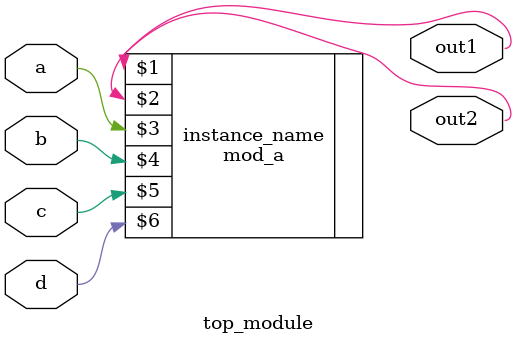
<source format=v>

    
//     module mod_a ( output, output, input, input, input, input );
// 按照顺序填写


/////////////////////////以下是我写的/////////////////////////

module top_module ( 
    input a, 
    input b, 
    input c,
    input d,
    output out1,
    output out2
);


mod_a instance_name (out1,out2,a,b,c,d);

endmodule

/////////////////////////以下是系统的/////////////////////////

//NONE
</source>
